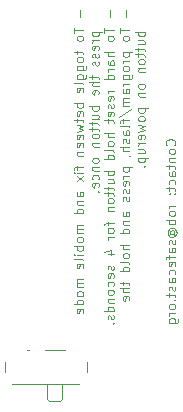
<source format=gbo>
%TF.GenerationSoftware,KiCad,Pcbnew,(5.1.0-4-gc924fc765)*%
%TF.CreationDate,2019-03-12T10:18:20+09:00*%
%TF.ProjectId,xbee,78626565-2e6b-4696-9361-645f70636258,rev?*%
%TF.SameCoordinates,Original*%
%TF.FileFunction,Legend,Bot*%
%TF.FilePolarity,Positive*%
%FSLAX46Y46*%
G04 Gerber Fmt 4.6, Leading zero omitted, Abs format (unit mm)*
G04 Created by KiCad (PCBNEW (5.1.0-4-gc924fc765)) date 2019-03-12 10:18:20*
%MOMM*%
%LPD*%
G04 APERTURE LIST*
%ADD10C,0.100000*%
%ADD11C,0.120000*%
G04 APERTURE END LIST*
D10*
X145657142Y-91505476D02*
X145657142Y-92115000D01*
X145161904Y-92991190D02*
X145161904Y-93448333D01*
X145961904Y-93219761D02*
X145161904Y-93219761D01*
X145961904Y-93829285D02*
X145923809Y-93753095D01*
X145885714Y-93715000D01*
X145809523Y-93676904D01*
X145580952Y-93676904D01*
X145504761Y-93715000D01*
X145466666Y-93753095D01*
X145428571Y-93829285D01*
X145428571Y-93943571D01*
X145466666Y-94019761D01*
X145504761Y-94057857D01*
X145580952Y-94095952D01*
X145809523Y-94095952D01*
X145885714Y-94057857D01*
X145923809Y-94019761D01*
X145961904Y-93943571D01*
X145961904Y-93829285D01*
X145428571Y-94934047D02*
X145428571Y-95238809D01*
X145161904Y-95048333D02*
X145847619Y-95048333D01*
X145923809Y-95086428D01*
X145961904Y-95162619D01*
X145961904Y-95238809D01*
X145961904Y-95619761D02*
X145923809Y-95543571D01*
X145885714Y-95505476D01*
X145809523Y-95467380D01*
X145580952Y-95467380D01*
X145504761Y-95505476D01*
X145466666Y-95543571D01*
X145428571Y-95619761D01*
X145428571Y-95734047D01*
X145466666Y-95810238D01*
X145504761Y-95848333D01*
X145580952Y-95886428D01*
X145809523Y-95886428D01*
X145885714Y-95848333D01*
X145923809Y-95810238D01*
X145961904Y-95734047D01*
X145961904Y-95619761D01*
X145428571Y-96572142D02*
X146076190Y-96572142D01*
X146152380Y-96534047D01*
X146190476Y-96495952D01*
X146228571Y-96419761D01*
X146228571Y-96305476D01*
X146190476Y-96229285D01*
X145923809Y-96572142D02*
X145961904Y-96495952D01*
X145961904Y-96343571D01*
X145923809Y-96267380D01*
X145885714Y-96229285D01*
X145809523Y-96191190D01*
X145580952Y-96191190D01*
X145504761Y-96229285D01*
X145466666Y-96267380D01*
X145428571Y-96343571D01*
X145428571Y-96495952D01*
X145466666Y-96572142D01*
X145428571Y-97295952D02*
X146076190Y-97295952D01*
X146152380Y-97257857D01*
X146190476Y-97219761D01*
X146228571Y-97143571D01*
X146228571Y-97029285D01*
X146190476Y-96953095D01*
X145923809Y-97295952D02*
X145961904Y-97219761D01*
X145961904Y-97067380D01*
X145923809Y-96991190D01*
X145885714Y-96953095D01*
X145809523Y-96915000D01*
X145580952Y-96915000D01*
X145504761Y-96953095D01*
X145466666Y-96991190D01*
X145428571Y-97067380D01*
X145428571Y-97219761D01*
X145466666Y-97295952D01*
X145961904Y-97791190D02*
X145923809Y-97715000D01*
X145847619Y-97676904D01*
X145161904Y-97676904D01*
X145923809Y-98400714D02*
X145961904Y-98324523D01*
X145961904Y-98172142D01*
X145923809Y-98095952D01*
X145847619Y-98057857D01*
X145542857Y-98057857D01*
X145466666Y-98095952D01*
X145428571Y-98172142D01*
X145428571Y-98324523D01*
X145466666Y-98400714D01*
X145542857Y-98438809D01*
X145619047Y-98438809D01*
X145695238Y-98057857D01*
X145961904Y-99391190D02*
X145161904Y-99391190D01*
X145466666Y-99391190D02*
X145428571Y-99467380D01*
X145428571Y-99619761D01*
X145466666Y-99695952D01*
X145504761Y-99734047D01*
X145580952Y-99772142D01*
X145809523Y-99772142D01*
X145885714Y-99734047D01*
X145923809Y-99695952D01*
X145961904Y-99619761D01*
X145961904Y-99467380D01*
X145923809Y-99391190D01*
X145923809Y-100419761D02*
X145961904Y-100343571D01*
X145961904Y-100191190D01*
X145923809Y-100115000D01*
X145847619Y-100076904D01*
X145542857Y-100076904D01*
X145466666Y-100115000D01*
X145428571Y-100191190D01*
X145428571Y-100343571D01*
X145466666Y-100419761D01*
X145542857Y-100457857D01*
X145619047Y-100457857D01*
X145695238Y-100076904D01*
X145428571Y-100686428D02*
X145428571Y-100991190D01*
X145161904Y-100800714D02*
X145847619Y-100800714D01*
X145923809Y-100838809D01*
X145961904Y-100915000D01*
X145961904Y-100991190D01*
X145428571Y-101181666D02*
X145961904Y-101334047D01*
X145580952Y-101486428D01*
X145961904Y-101638809D01*
X145428571Y-101791190D01*
X145923809Y-102400714D02*
X145961904Y-102324523D01*
X145961904Y-102172142D01*
X145923809Y-102095952D01*
X145847619Y-102057857D01*
X145542857Y-102057857D01*
X145466666Y-102095952D01*
X145428571Y-102172142D01*
X145428571Y-102324523D01*
X145466666Y-102400714D01*
X145542857Y-102438809D01*
X145619047Y-102438809D01*
X145695238Y-102057857D01*
X145923809Y-103086428D02*
X145961904Y-103010238D01*
X145961904Y-102857857D01*
X145923809Y-102781666D01*
X145847619Y-102743571D01*
X145542857Y-102743571D01*
X145466666Y-102781666D01*
X145428571Y-102857857D01*
X145428571Y-103010238D01*
X145466666Y-103086428D01*
X145542857Y-103124523D01*
X145619047Y-103124523D01*
X145695238Y-102743571D01*
X145428571Y-103467380D02*
X145961904Y-103467380D01*
X145504761Y-103467380D02*
X145466666Y-103505476D01*
X145428571Y-103581666D01*
X145428571Y-103695952D01*
X145466666Y-103772142D01*
X145542857Y-103810238D01*
X145961904Y-103810238D01*
X145428571Y-104686428D02*
X145428571Y-104991190D01*
X145961904Y-104800714D02*
X145276190Y-104800714D01*
X145200000Y-104838809D01*
X145161904Y-104915000D01*
X145161904Y-104991190D01*
X145961904Y-105257857D02*
X145428571Y-105257857D01*
X145161904Y-105257857D02*
X145200000Y-105219761D01*
X145238095Y-105257857D01*
X145200000Y-105295952D01*
X145161904Y-105257857D01*
X145238095Y-105257857D01*
X145961904Y-105562619D02*
X145428571Y-105981666D01*
X145428571Y-105562619D02*
X145961904Y-105981666D01*
X145961904Y-107238809D02*
X145542857Y-107238809D01*
X145466666Y-107200714D01*
X145428571Y-107124523D01*
X145428571Y-106972142D01*
X145466666Y-106895952D01*
X145923809Y-107238809D02*
X145961904Y-107162619D01*
X145961904Y-106972142D01*
X145923809Y-106895952D01*
X145847619Y-106857857D01*
X145771428Y-106857857D01*
X145695238Y-106895952D01*
X145657142Y-106972142D01*
X145657142Y-107162619D01*
X145619047Y-107238809D01*
X145428571Y-107619761D02*
X145961904Y-107619761D01*
X145504761Y-107619761D02*
X145466666Y-107657857D01*
X145428571Y-107734047D01*
X145428571Y-107848333D01*
X145466666Y-107924523D01*
X145542857Y-107962619D01*
X145961904Y-107962619D01*
X145961904Y-108686428D02*
X145161904Y-108686428D01*
X145923809Y-108686428D02*
X145961904Y-108610238D01*
X145961904Y-108457857D01*
X145923809Y-108381666D01*
X145885714Y-108343571D01*
X145809523Y-108305476D01*
X145580952Y-108305476D01*
X145504761Y-108343571D01*
X145466666Y-108381666D01*
X145428571Y-108457857D01*
X145428571Y-108610238D01*
X145466666Y-108686428D01*
X145961904Y-109676904D02*
X145428571Y-109676904D01*
X145504761Y-109676904D02*
X145466666Y-109715000D01*
X145428571Y-109791190D01*
X145428571Y-109905476D01*
X145466666Y-109981666D01*
X145542857Y-110019761D01*
X145961904Y-110019761D01*
X145542857Y-110019761D02*
X145466666Y-110057857D01*
X145428571Y-110134047D01*
X145428571Y-110248333D01*
X145466666Y-110324523D01*
X145542857Y-110362619D01*
X145961904Y-110362619D01*
X145961904Y-110857857D02*
X145923809Y-110781666D01*
X145885714Y-110743571D01*
X145809523Y-110705476D01*
X145580952Y-110705476D01*
X145504761Y-110743571D01*
X145466666Y-110781666D01*
X145428571Y-110857857D01*
X145428571Y-110972142D01*
X145466666Y-111048333D01*
X145504761Y-111086428D01*
X145580952Y-111124523D01*
X145809523Y-111124523D01*
X145885714Y-111086428D01*
X145923809Y-111048333D01*
X145961904Y-110972142D01*
X145961904Y-110857857D01*
X145961904Y-111467380D02*
X145161904Y-111467380D01*
X145466666Y-111467380D02*
X145428571Y-111543571D01*
X145428571Y-111695952D01*
X145466666Y-111772142D01*
X145504761Y-111810238D01*
X145580952Y-111848333D01*
X145809523Y-111848333D01*
X145885714Y-111810238D01*
X145923809Y-111772142D01*
X145961904Y-111695952D01*
X145961904Y-111543571D01*
X145923809Y-111467380D01*
X145961904Y-112191190D02*
X145428571Y-112191190D01*
X145161904Y-112191190D02*
X145200000Y-112153095D01*
X145238095Y-112191190D01*
X145200000Y-112229285D01*
X145161904Y-112191190D01*
X145238095Y-112191190D01*
X145961904Y-112686428D02*
X145923809Y-112610238D01*
X145847619Y-112572142D01*
X145161904Y-112572142D01*
X145923809Y-113295952D02*
X145961904Y-113219761D01*
X145961904Y-113067380D01*
X145923809Y-112991190D01*
X145847619Y-112953095D01*
X145542857Y-112953095D01*
X145466666Y-112991190D01*
X145428571Y-113067380D01*
X145428571Y-113219761D01*
X145466666Y-113295952D01*
X145542857Y-113334047D01*
X145619047Y-113334047D01*
X145695238Y-112953095D01*
X145961904Y-114286428D02*
X145428571Y-114286428D01*
X145504761Y-114286428D02*
X145466666Y-114324523D01*
X145428571Y-114400714D01*
X145428571Y-114515000D01*
X145466666Y-114591190D01*
X145542857Y-114629285D01*
X145961904Y-114629285D01*
X145542857Y-114629285D02*
X145466666Y-114667380D01*
X145428571Y-114743571D01*
X145428571Y-114857857D01*
X145466666Y-114934047D01*
X145542857Y-114972142D01*
X145961904Y-114972142D01*
X145961904Y-115467380D02*
X145923809Y-115391190D01*
X145885714Y-115353095D01*
X145809523Y-115315000D01*
X145580952Y-115315000D01*
X145504761Y-115353095D01*
X145466666Y-115391190D01*
X145428571Y-115467380D01*
X145428571Y-115581666D01*
X145466666Y-115657857D01*
X145504761Y-115695952D01*
X145580952Y-115734047D01*
X145809523Y-115734047D01*
X145885714Y-115695952D01*
X145923809Y-115657857D01*
X145961904Y-115581666D01*
X145961904Y-115467380D01*
X145961904Y-116419761D02*
X145161904Y-116419761D01*
X145923809Y-116419761D02*
X145961904Y-116343571D01*
X145961904Y-116191190D01*
X145923809Y-116115000D01*
X145885714Y-116076904D01*
X145809523Y-116038809D01*
X145580952Y-116038809D01*
X145504761Y-116076904D01*
X145466666Y-116115000D01*
X145428571Y-116191190D01*
X145428571Y-116343571D01*
X145466666Y-116419761D01*
X145923809Y-117105476D02*
X145961904Y-117029285D01*
X145961904Y-116876904D01*
X145923809Y-116800714D01*
X145847619Y-116762619D01*
X145542857Y-116762619D01*
X145466666Y-116800714D01*
X145428571Y-116876904D01*
X145428571Y-117029285D01*
X145466666Y-117105476D01*
X145542857Y-117143571D01*
X145619047Y-117143571D01*
X145695238Y-116762619D01*
X146728571Y-93334047D02*
X147528571Y-93334047D01*
X146766666Y-93334047D02*
X146728571Y-93410238D01*
X146728571Y-93562619D01*
X146766666Y-93638809D01*
X146804761Y-93676904D01*
X146880952Y-93715000D01*
X147109523Y-93715000D01*
X147185714Y-93676904D01*
X147223809Y-93638809D01*
X147261904Y-93562619D01*
X147261904Y-93410238D01*
X147223809Y-93334047D01*
X147261904Y-94057857D02*
X146728571Y-94057857D01*
X146880952Y-94057857D02*
X146804761Y-94095952D01*
X146766666Y-94134047D01*
X146728571Y-94210238D01*
X146728571Y-94286428D01*
X147223809Y-94857857D02*
X147261904Y-94781666D01*
X147261904Y-94629285D01*
X147223809Y-94553095D01*
X147147619Y-94515000D01*
X146842857Y-94515000D01*
X146766666Y-94553095D01*
X146728571Y-94629285D01*
X146728571Y-94781666D01*
X146766666Y-94857857D01*
X146842857Y-94895952D01*
X146919047Y-94895952D01*
X146995238Y-94515000D01*
X147223809Y-95200714D02*
X147261904Y-95276904D01*
X147261904Y-95429285D01*
X147223809Y-95505476D01*
X147147619Y-95543571D01*
X147109523Y-95543571D01*
X147033333Y-95505476D01*
X146995238Y-95429285D01*
X146995238Y-95315000D01*
X146957142Y-95238809D01*
X146880952Y-95200714D01*
X146842857Y-95200714D01*
X146766666Y-95238809D01*
X146728571Y-95315000D01*
X146728571Y-95429285D01*
X146766666Y-95505476D01*
X147223809Y-95848333D02*
X147261904Y-95924523D01*
X147261904Y-96076904D01*
X147223809Y-96153095D01*
X147147619Y-96191190D01*
X147109523Y-96191190D01*
X147033333Y-96153095D01*
X146995238Y-96076904D01*
X146995238Y-95962619D01*
X146957142Y-95886428D01*
X146880952Y-95848333D01*
X146842857Y-95848333D01*
X146766666Y-95886428D01*
X146728571Y-95962619D01*
X146728571Y-96076904D01*
X146766666Y-96153095D01*
X146728571Y-97029285D02*
X146728571Y-97334047D01*
X146461904Y-97143571D02*
X147147619Y-97143571D01*
X147223809Y-97181666D01*
X147261904Y-97257857D01*
X147261904Y-97334047D01*
X147261904Y-97600714D02*
X146461904Y-97600714D01*
X147261904Y-97943571D02*
X146842857Y-97943571D01*
X146766666Y-97905476D01*
X146728571Y-97829285D01*
X146728571Y-97715000D01*
X146766666Y-97638809D01*
X146804761Y-97600714D01*
X147223809Y-98629285D02*
X147261904Y-98553095D01*
X147261904Y-98400714D01*
X147223809Y-98324523D01*
X147147619Y-98286428D01*
X146842857Y-98286428D01*
X146766666Y-98324523D01*
X146728571Y-98400714D01*
X146728571Y-98553095D01*
X146766666Y-98629285D01*
X146842857Y-98667380D01*
X146919047Y-98667380D01*
X146995238Y-98286428D01*
X147261904Y-99619761D02*
X146461904Y-99619761D01*
X146766666Y-99619761D02*
X146728571Y-99695952D01*
X146728571Y-99848333D01*
X146766666Y-99924523D01*
X146804761Y-99962619D01*
X146880952Y-100000714D01*
X147109523Y-100000714D01*
X147185714Y-99962619D01*
X147223809Y-99924523D01*
X147261904Y-99848333D01*
X147261904Y-99695952D01*
X147223809Y-99619761D01*
X146728571Y-100686428D02*
X147261904Y-100686428D01*
X146728571Y-100343571D02*
X147147619Y-100343571D01*
X147223809Y-100381666D01*
X147261904Y-100457857D01*
X147261904Y-100572142D01*
X147223809Y-100648333D01*
X147185714Y-100686428D01*
X146728571Y-100953095D02*
X146728571Y-101257857D01*
X146461904Y-101067380D02*
X147147619Y-101067380D01*
X147223809Y-101105476D01*
X147261904Y-101181666D01*
X147261904Y-101257857D01*
X146728571Y-101410238D02*
X146728571Y-101715000D01*
X146461904Y-101524523D02*
X147147619Y-101524523D01*
X147223809Y-101562619D01*
X147261904Y-101638809D01*
X147261904Y-101715000D01*
X147261904Y-102095952D02*
X147223809Y-102019761D01*
X147185714Y-101981666D01*
X147109523Y-101943571D01*
X146880952Y-101943571D01*
X146804761Y-101981666D01*
X146766666Y-102019761D01*
X146728571Y-102095952D01*
X146728571Y-102210238D01*
X146766666Y-102286428D01*
X146804761Y-102324523D01*
X146880952Y-102362619D01*
X147109523Y-102362619D01*
X147185714Y-102324523D01*
X147223809Y-102286428D01*
X147261904Y-102210238D01*
X147261904Y-102095952D01*
X146728571Y-102705476D02*
X147261904Y-102705476D01*
X146804761Y-102705476D02*
X146766666Y-102743571D01*
X146728571Y-102819761D01*
X146728571Y-102934047D01*
X146766666Y-103010238D01*
X146842857Y-103048333D01*
X147261904Y-103048333D01*
X147261904Y-104153095D02*
X147223809Y-104076904D01*
X147185714Y-104038809D01*
X147109523Y-104000714D01*
X146880952Y-104000714D01*
X146804761Y-104038809D01*
X146766666Y-104076904D01*
X146728571Y-104153095D01*
X146728571Y-104267380D01*
X146766666Y-104343571D01*
X146804761Y-104381666D01*
X146880952Y-104419761D01*
X147109523Y-104419761D01*
X147185714Y-104381666D01*
X147223809Y-104343571D01*
X147261904Y-104267380D01*
X147261904Y-104153095D01*
X146728571Y-104762619D02*
X147261904Y-104762619D01*
X146804761Y-104762619D02*
X146766666Y-104800714D01*
X146728571Y-104876904D01*
X146728571Y-104991190D01*
X146766666Y-105067380D01*
X146842857Y-105105476D01*
X147261904Y-105105476D01*
X147223809Y-105829285D02*
X147261904Y-105753095D01*
X147261904Y-105600714D01*
X147223809Y-105524523D01*
X147185714Y-105486428D01*
X147109523Y-105448333D01*
X146880952Y-105448333D01*
X146804761Y-105486428D01*
X146766666Y-105524523D01*
X146728571Y-105600714D01*
X146728571Y-105753095D01*
X146766666Y-105829285D01*
X147223809Y-106476904D02*
X147261904Y-106400714D01*
X147261904Y-106248333D01*
X147223809Y-106172142D01*
X147147619Y-106134047D01*
X146842857Y-106134047D01*
X146766666Y-106172142D01*
X146728571Y-106248333D01*
X146728571Y-106400714D01*
X146766666Y-106476904D01*
X146842857Y-106515000D01*
X146919047Y-106515000D01*
X146995238Y-106134047D01*
X147185714Y-106857857D02*
X147223809Y-106895952D01*
X147261904Y-106857857D01*
X147223809Y-106819761D01*
X147185714Y-106857857D01*
X147261904Y-106857857D01*
X148257142Y-91505476D02*
X148257142Y-92115000D01*
X147761904Y-92991190D02*
X147761904Y-93448333D01*
X148561904Y-93219761D02*
X147761904Y-93219761D01*
X148561904Y-93829285D02*
X148523809Y-93753095D01*
X148485714Y-93715000D01*
X148409523Y-93676904D01*
X148180952Y-93676904D01*
X148104761Y-93715000D01*
X148066666Y-93753095D01*
X148028571Y-93829285D01*
X148028571Y-93943571D01*
X148066666Y-94019761D01*
X148104761Y-94057857D01*
X148180952Y-94095952D01*
X148409523Y-94095952D01*
X148485714Y-94057857D01*
X148523809Y-94019761D01*
X148561904Y-93943571D01*
X148561904Y-93829285D01*
X148561904Y-95048333D02*
X147761904Y-95048333D01*
X148561904Y-95391190D02*
X148142857Y-95391190D01*
X148066666Y-95353095D01*
X148028571Y-95276904D01*
X148028571Y-95162619D01*
X148066666Y-95086428D01*
X148104761Y-95048333D01*
X148561904Y-96115000D02*
X148142857Y-96115000D01*
X148066666Y-96076904D01*
X148028571Y-96000714D01*
X148028571Y-95848333D01*
X148066666Y-95772142D01*
X148523809Y-96115000D02*
X148561904Y-96038809D01*
X148561904Y-95848333D01*
X148523809Y-95772142D01*
X148447619Y-95734047D01*
X148371428Y-95734047D01*
X148295238Y-95772142D01*
X148257142Y-95848333D01*
X148257142Y-96038809D01*
X148219047Y-96115000D01*
X148561904Y-96495952D02*
X148028571Y-96495952D01*
X148180952Y-96495952D02*
X148104761Y-96534047D01*
X148066666Y-96572142D01*
X148028571Y-96648333D01*
X148028571Y-96724523D01*
X148561904Y-97334047D02*
X147761904Y-97334047D01*
X148523809Y-97334047D02*
X148561904Y-97257857D01*
X148561904Y-97105476D01*
X148523809Y-97029285D01*
X148485714Y-96991190D01*
X148409523Y-96953095D01*
X148180952Y-96953095D01*
X148104761Y-96991190D01*
X148066666Y-97029285D01*
X148028571Y-97105476D01*
X148028571Y-97257857D01*
X148066666Y-97334047D01*
X148561904Y-98324523D02*
X148028571Y-98324523D01*
X148180952Y-98324523D02*
X148104761Y-98362619D01*
X148066666Y-98400714D01*
X148028571Y-98476904D01*
X148028571Y-98553095D01*
X148523809Y-99124523D02*
X148561904Y-99048333D01*
X148561904Y-98895952D01*
X148523809Y-98819761D01*
X148447619Y-98781666D01*
X148142857Y-98781666D01*
X148066666Y-98819761D01*
X148028571Y-98895952D01*
X148028571Y-99048333D01*
X148066666Y-99124523D01*
X148142857Y-99162619D01*
X148219047Y-99162619D01*
X148295238Y-98781666D01*
X148523809Y-99467380D02*
X148561904Y-99543571D01*
X148561904Y-99695952D01*
X148523809Y-99772142D01*
X148447619Y-99810238D01*
X148409523Y-99810238D01*
X148333333Y-99772142D01*
X148295238Y-99695952D01*
X148295238Y-99581666D01*
X148257142Y-99505476D01*
X148180952Y-99467380D01*
X148142857Y-99467380D01*
X148066666Y-99505476D01*
X148028571Y-99581666D01*
X148028571Y-99695952D01*
X148066666Y-99772142D01*
X148523809Y-100457857D02*
X148561904Y-100381666D01*
X148561904Y-100229285D01*
X148523809Y-100153095D01*
X148447619Y-100115000D01*
X148142857Y-100115000D01*
X148066666Y-100153095D01*
X148028571Y-100229285D01*
X148028571Y-100381666D01*
X148066666Y-100457857D01*
X148142857Y-100495952D01*
X148219047Y-100495952D01*
X148295238Y-100115000D01*
X148028571Y-100724523D02*
X148028571Y-101029285D01*
X147761904Y-100838809D02*
X148447619Y-100838809D01*
X148523809Y-100876904D01*
X148561904Y-100953095D01*
X148561904Y-101029285D01*
X148561904Y-101905476D02*
X147761904Y-101905476D01*
X148561904Y-102248333D02*
X148142857Y-102248333D01*
X148066666Y-102210238D01*
X148028571Y-102134047D01*
X148028571Y-102019761D01*
X148066666Y-101943571D01*
X148104761Y-101905476D01*
X148561904Y-102743571D02*
X148523809Y-102667380D01*
X148485714Y-102629285D01*
X148409523Y-102591190D01*
X148180952Y-102591190D01*
X148104761Y-102629285D01*
X148066666Y-102667380D01*
X148028571Y-102743571D01*
X148028571Y-102857857D01*
X148066666Y-102934047D01*
X148104761Y-102972142D01*
X148180952Y-103010238D01*
X148409523Y-103010238D01*
X148485714Y-102972142D01*
X148523809Y-102934047D01*
X148561904Y-102857857D01*
X148561904Y-102743571D01*
X148561904Y-103467380D02*
X148523809Y-103391190D01*
X148447619Y-103353095D01*
X147761904Y-103353095D01*
X148561904Y-104115000D02*
X147761904Y-104115000D01*
X148523809Y-104115000D02*
X148561904Y-104038809D01*
X148561904Y-103886428D01*
X148523809Y-103810238D01*
X148485714Y-103772142D01*
X148409523Y-103734047D01*
X148180952Y-103734047D01*
X148104761Y-103772142D01*
X148066666Y-103810238D01*
X148028571Y-103886428D01*
X148028571Y-104038809D01*
X148066666Y-104115000D01*
X148561904Y-105105476D02*
X147761904Y-105105476D01*
X148066666Y-105105476D02*
X148028571Y-105181666D01*
X148028571Y-105334047D01*
X148066666Y-105410238D01*
X148104761Y-105448333D01*
X148180952Y-105486428D01*
X148409523Y-105486428D01*
X148485714Y-105448333D01*
X148523809Y-105410238D01*
X148561904Y-105334047D01*
X148561904Y-105181666D01*
X148523809Y-105105476D01*
X148028571Y-106172142D02*
X148561904Y-106172142D01*
X148028571Y-105829285D02*
X148447619Y-105829285D01*
X148523809Y-105867380D01*
X148561904Y-105943571D01*
X148561904Y-106057857D01*
X148523809Y-106134047D01*
X148485714Y-106172142D01*
X148028571Y-106438809D02*
X148028571Y-106743571D01*
X147761904Y-106553095D02*
X148447619Y-106553095D01*
X148523809Y-106591190D01*
X148561904Y-106667380D01*
X148561904Y-106743571D01*
X148028571Y-106895952D02*
X148028571Y-107200714D01*
X147761904Y-107010238D02*
X148447619Y-107010238D01*
X148523809Y-107048333D01*
X148561904Y-107124523D01*
X148561904Y-107200714D01*
X148561904Y-107581666D02*
X148523809Y-107505476D01*
X148485714Y-107467380D01*
X148409523Y-107429285D01*
X148180952Y-107429285D01*
X148104761Y-107467380D01*
X148066666Y-107505476D01*
X148028571Y-107581666D01*
X148028571Y-107695952D01*
X148066666Y-107772142D01*
X148104761Y-107810238D01*
X148180952Y-107848333D01*
X148409523Y-107848333D01*
X148485714Y-107810238D01*
X148523809Y-107772142D01*
X148561904Y-107695952D01*
X148561904Y-107581666D01*
X148028571Y-108191190D02*
X148561904Y-108191190D01*
X148104761Y-108191190D02*
X148066666Y-108229285D01*
X148028571Y-108305476D01*
X148028571Y-108419761D01*
X148066666Y-108495952D01*
X148142857Y-108534047D01*
X148561904Y-108534047D01*
X148028571Y-109410238D02*
X148028571Y-109715000D01*
X148561904Y-109524523D02*
X147876190Y-109524523D01*
X147800000Y-109562619D01*
X147761904Y-109638809D01*
X147761904Y-109715000D01*
X148561904Y-110095952D02*
X148523809Y-110019761D01*
X148485714Y-109981666D01*
X148409523Y-109943571D01*
X148180952Y-109943571D01*
X148104761Y-109981666D01*
X148066666Y-110019761D01*
X148028571Y-110095952D01*
X148028571Y-110210238D01*
X148066666Y-110286428D01*
X148104761Y-110324523D01*
X148180952Y-110362619D01*
X148409523Y-110362619D01*
X148485714Y-110324523D01*
X148523809Y-110286428D01*
X148561904Y-110210238D01*
X148561904Y-110095952D01*
X148561904Y-110705476D02*
X148028571Y-110705476D01*
X148180952Y-110705476D02*
X148104761Y-110743571D01*
X148066666Y-110781666D01*
X148028571Y-110857857D01*
X148028571Y-110934047D01*
X148028571Y-112153095D02*
X148561904Y-112153095D01*
X147723809Y-111962619D02*
X148295238Y-111772142D01*
X148295238Y-112267380D01*
X148523809Y-113143571D02*
X148561904Y-113219761D01*
X148561904Y-113372142D01*
X148523809Y-113448333D01*
X148447619Y-113486428D01*
X148409523Y-113486428D01*
X148333333Y-113448333D01*
X148295238Y-113372142D01*
X148295238Y-113257857D01*
X148257142Y-113181666D01*
X148180952Y-113143571D01*
X148142857Y-113143571D01*
X148066666Y-113181666D01*
X148028571Y-113257857D01*
X148028571Y-113372142D01*
X148066666Y-113448333D01*
X148523809Y-114134047D02*
X148561904Y-114057857D01*
X148561904Y-113905476D01*
X148523809Y-113829285D01*
X148447619Y-113791190D01*
X148142857Y-113791190D01*
X148066666Y-113829285D01*
X148028571Y-113905476D01*
X148028571Y-114057857D01*
X148066666Y-114134047D01*
X148142857Y-114172142D01*
X148219047Y-114172142D01*
X148295238Y-113791190D01*
X148523809Y-114857857D02*
X148561904Y-114781666D01*
X148561904Y-114629285D01*
X148523809Y-114553095D01*
X148485714Y-114515000D01*
X148409523Y-114476904D01*
X148180952Y-114476904D01*
X148104761Y-114515000D01*
X148066666Y-114553095D01*
X148028571Y-114629285D01*
X148028571Y-114781666D01*
X148066666Y-114857857D01*
X148561904Y-115315000D02*
X148523809Y-115238809D01*
X148485714Y-115200714D01*
X148409523Y-115162619D01*
X148180952Y-115162619D01*
X148104761Y-115200714D01*
X148066666Y-115238809D01*
X148028571Y-115315000D01*
X148028571Y-115429285D01*
X148066666Y-115505476D01*
X148104761Y-115543571D01*
X148180952Y-115581666D01*
X148409523Y-115581666D01*
X148485714Y-115543571D01*
X148523809Y-115505476D01*
X148561904Y-115429285D01*
X148561904Y-115315000D01*
X148028571Y-115924523D02*
X148561904Y-115924523D01*
X148104761Y-115924523D02*
X148066666Y-115962619D01*
X148028571Y-116038809D01*
X148028571Y-116153095D01*
X148066666Y-116229285D01*
X148142857Y-116267380D01*
X148561904Y-116267380D01*
X148561904Y-116991190D02*
X147761904Y-116991190D01*
X148523809Y-116991190D02*
X148561904Y-116915000D01*
X148561904Y-116762619D01*
X148523809Y-116686428D01*
X148485714Y-116648333D01*
X148409523Y-116610238D01*
X148180952Y-116610238D01*
X148104761Y-116648333D01*
X148066666Y-116686428D01*
X148028571Y-116762619D01*
X148028571Y-116915000D01*
X148066666Y-116991190D01*
X148523809Y-117334047D02*
X148561904Y-117410238D01*
X148561904Y-117562619D01*
X148523809Y-117638809D01*
X148447619Y-117676904D01*
X148409523Y-117676904D01*
X148333333Y-117638809D01*
X148295238Y-117562619D01*
X148295238Y-117448333D01*
X148257142Y-117372142D01*
X148180952Y-117334047D01*
X148142857Y-117334047D01*
X148066666Y-117372142D01*
X148028571Y-117448333D01*
X148028571Y-117562619D01*
X148066666Y-117638809D01*
X148485714Y-118019761D02*
X148523809Y-118057857D01*
X148561904Y-118019761D01*
X148523809Y-117981666D01*
X148485714Y-118019761D01*
X148561904Y-118019761D01*
X149557142Y-91505476D02*
X149557142Y-92115000D01*
X149061904Y-92991190D02*
X149061904Y-93448333D01*
X149861904Y-93219761D02*
X149061904Y-93219761D01*
X149861904Y-93829285D02*
X149823809Y-93753095D01*
X149785714Y-93715000D01*
X149709523Y-93676904D01*
X149480952Y-93676904D01*
X149404761Y-93715000D01*
X149366666Y-93753095D01*
X149328571Y-93829285D01*
X149328571Y-93943571D01*
X149366666Y-94019761D01*
X149404761Y-94057857D01*
X149480952Y-94095952D01*
X149709523Y-94095952D01*
X149785714Y-94057857D01*
X149823809Y-94019761D01*
X149861904Y-93943571D01*
X149861904Y-93829285D01*
X149328571Y-95048333D02*
X150128571Y-95048333D01*
X149366666Y-95048333D02*
X149328571Y-95124523D01*
X149328571Y-95276904D01*
X149366666Y-95353095D01*
X149404761Y-95391190D01*
X149480952Y-95429285D01*
X149709523Y-95429285D01*
X149785714Y-95391190D01*
X149823809Y-95353095D01*
X149861904Y-95276904D01*
X149861904Y-95124523D01*
X149823809Y-95048333D01*
X149861904Y-95772142D02*
X149328571Y-95772142D01*
X149480952Y-95772142D02*
X149404761Y-95810238D01*
X149366666Y-95848333D01*
X149328571Y-95924523D01*
X149328571Y-96000714D01*
X149861904Y-96381666D02*
X149823809Y-96305476D01*
X149785714Y-96267380D01*
X149709523Y-96229285D01*
X149480952Y-96229285D01*
X149404761Y-96267380D01*
X149366666Y-96305476D01*
X149328571Y-96381666D01*
X149328571Y-96495952D01*
X149366666Y-96572142D01*
X149404761Y-96610238D01*
X149480952Y-96648333D01*
X149709523Y-96648333D01*
X149785714Y-96610238D01*
X149823809Y-96572142D01*
X149861904Y-96495952D01*
X149861904Y-96381666D01*
X149328571Y-97334047D02*
X149976190Y-97334047D01*
X150052380Y-97295952D01*
X150090476Y-97257857D01*
X150128571Y-97181666D01*
X150128571Y-97067380D01*
X150090476Y-96991190D01*
X149823809Y-97334047D02*
X149861904Y-97257857D01*
X149861904Y-97105476D01*
X149823809Y-97029285D01*
X149785714Y-96991190D01*
X149709523Y-96953095D01*
X149480952Y-96953095D01*
X149404761Y-96991190D01*
X149366666Y-97029285D01*
X149328571Y-97105476D01*
X149328571Y-97257857D01*
X149366666Y-97334047D01*
X149861904Y-97715000D02*
X149328571Y-97715000D01*
X149480952Y-97715000D02*
X149404761Y-97753095D01*
X149366666Y-97791190D01*
X149328571Y-97867380D01*
X149328571Y-97943571D01*
X149861904Y-98553095D02*
X149442857Y-98553095D01*
X149366666Y-98515000D01*
X149328571Y-98438809D01*
X149328571Y-98286428D01*
X149366666Y-98210238D01*
X149823809Y-98553095D02*
X149861904Y-98476904D01*
X149861904Y-98286428D01*
X149823809Y-98210238D01*
X149747619Y-98172142D01*
X149671428Y-98172142D01*
X149595238Y-98210238D01*
X149557142Y-98286428D01*
X149557142Y-98476904D01*
X149519047Y-98553095D01*
X149861904Y-98934047D02*
X149328571Y-98934047D01*
X149404761Y-98934047D02*
X149366666Y-98972142D01*
X149328571Y-99048333D01*
X149328571Y-99162619D01*
X149366666Y-99238809D01*
X149442857Y-99276904D01*
X149861904Y-99276904D01*
X149442857Y-99276904D02*
X149366666Y-99315000D01*
X149328571Y-99391190D01*
X149328571Y-99505476D01*
X149366666Y-99581666D01*
X149442857Y-99619761D01*
X149861904Y-99619761D01*
X149023809Y-100572142D02*
X150052380Y-99886428D01*
X149328571Y-100724523D02*
X149328571Y-101029285D01*
X149861904Y-100838809D02*
X149176190Y-100838809D01*
X149100000Y-100876904D01*
X149061904Y-100953095D01*
X149061904Y-101029285D01*
X149861904Y-101410238D02*
X149823809Y-101334047D01*
X149747619Y-101295952D01*
X149061904Y-101295952D01*
X149861904Y-102057857D02*
X149442857Y-102057857D01*
X149366666Y-102019761D01*
X149328571Y-101943571D01*
X149328571Y-101791190D01*
X149366666Y-101715000D01*
X149823809Y-102057857D02*
X149861904Y-101981666D01*
X149861904Y-101791190D01*
X149823809Y-101715000D01*
X149747619Y-101676904D01*
X149671428Y-101676904D01*
X149595238Y-101715000D01*
X149557142Y-101791190D01*
X149557142Y-101981666D01*
X149519047Y-102057857D01*
X149823809Y-102400714D02*
X149861904Y-102476904D01*
X149861904Y-102629285D01*
X149823809Y-102705476D01*
X149747619Y-102743571D01*
X149709523Y-102743571D01*
X149633333Y-102705476D01*
X149595238Y-102629285D01*
X149595238Y-102515000D01*
X149557142Y-102438809D01*
X149480952Y-102400714D01*
X149442857Y-102400714D01*
X149366666Y-102438809D01*
X149328571Y-102515000D01*
X149328571Y-102629285D01*
X149366666Y-102705476D01*
X149861904Y-103086428D02*
X149061904Y-103086428D01*
X149861904Y-103429285D02*
X149442857Y-103429285D01*
X149366666Y-103391190D01*
X149328571Y-103315000D01*
X149328571Y-103200714D01*
X149366666Y-103124523D01*
X149404761Y-103086428D01*
X149823809Y-103848333D02*
X149861904Y-103848333D01*
X149938095Y-103810238D01*
X149976190Y-103772142D01*
X149328571Y-104800714D02*
X150128571Y-104800714D01*
X149366666Y-104800714D02*
X149328571Y-104876904D01*
X149328571Y-105029285D01*
X149366666Y-105105476D01*
X149404761Y-105143571D01*
X149480952Y-105181666D01*
X149709523Y-105181666D01*
X149785714Y-105143571D01*
X149823809Y-105105476D01*
X149861904Y-105029285D01*
X149861904Y-104876904D01*
X149823809Y-104800714D01*
X149861904Y-105524523D02*
X149328571Y-105524523D01*
X149480952Y-105524523D02*
X149404761Y-105562619D01*
X149366666Y-105600714D01*
X149328571Y-105676904D01*
X149328571Y-105753095D01*
X149823809Y-106324523D02*
X149861904Y-106248333D01*
X149861904Y-106095952D01*
X149823809Y-106019761D01*
X149747619Y-105981666D01*
X149442857Y-105981666D01*
X149366666Y-106019761D01*
X149328571Y-106095952D01*
X149328571Y-106248333D01*
X149366666Y-106324523D01*
X149442857Y-106362619D01*
X149519047Y-106362619D01*
X149595238Y-105981666D01*
X149823809Y-106667380D02*
X149861904Y-106743571D01*
X149861904Y-106895952D01*
X149823809Y-106972142D01*
X149747619Y-107010238D01*
X149709523Y-107010238D01*
X149633333Y-106972142D01*
X149595238Y-106895952D01*
X149595238Y-106781666D01*
X149557142Y-106705476D01*
X149480952Y-106667380D01*
X149442857Y-106667380D01*
X149366666Y-106705476D01*
X149328571Y-106781666D01*
X149328571Y-106895952D01*
X149366666Y-106972142D01*
X149823809Y-107315000D02*
X149861904Y-107391190D01*
X149861904Y-107543571D01*
X149823809Y-107619761D01*
X149747619Y-107657857D01*
X149709523Y-107657857D01*
X149633333Y-107619761D01*
X149595238Y-107543571D01*
X149595238Y-107429285D01*
X149557142Y-107353095D01*
X149480952Y-107315000D01*
X149442857Y-107315000D01*
X149366666Y-107353095D01*
X149328571Y-107429285D01*
X149328571Y-107543571D01*
X149366666Y-107619761D01*
X149861904Y-108953095D02*
X149442857Y-108953095D01*
X149366666Y-108915000D01*
X149328571Y-108838809D01*
X149328571Y-108686428D01*
X149366666Y-108610238D01*
X149823809Y-108953095D02*
X149861904Y-108876904D01*
X149861904Y-108686428D01*
X149823809Y-108610238D01*
X149747619Y-108572142D01*
X149671428Y-108572142D01*
X149595238Y-108610238D01*
X149557142Y-108686428D01*
X149557142Y-108876904D01*
X149519047Y-108953095D01*
X149328571Y-109334047D02*
X149861904Y-109334047D01*
X149404761Y-109334047D02*
X149366666Y-109372142D01*
X149328571Y-109448333D01*
X149328571Y-109562619D01*
X149366666Y-109638809D01*
X149442857Y-109676904D01*
X149861904Y-109676904D01*
X149861904Y-110400714D02*
X149061904Y-110400714D01*
X149823809Y-110400714D02*
X149861904Y-110324523D01*
X149861904Y-110172142D01*
X149823809Y-110095952D01*
X149785714Y-110057857D01*
X149709523Y-110019761D01*
X149480952Y-110019761D01*
X149404761Y-110057857D01*
X149366666Y-110095952D01*
X149328571Y-110172142D01*
X149328571Y-110324523D01*
X149366666Y-110400714D01*
X149861904Y-111391190D02*
X149061904Y-111391190D01*
X149861904Y-111734047D02*
X149442857Y-111734047D01*
X149366666Y-111695952D01*
X149328571Y-111619761D01*
X149328571Y-111505476D01*
X149366666Y-111429285D01*
X149404761Y-111391190D01*
X149861904Y-112229285D02*
X149823809Y-112153095D01*
X149785714Y-112115000D01*
X149709523Y-112076904D01*
X149480952Y-112076904D01*
X149404761Y-112115000D01*
X149366666Y-112153095D01*
X149328571Y-112229285D01*
X149328571Y-112343571D01*
X149366666Y-112419761D01*
X149404761Y-112457857D01*
X149480952Y-112495952D01*
X149709523Y-112495952D01*
X149785714Y-112457857D01*
X149823809Y-112419761D01*
X149861904Y-112343571D01*
X149861904Y-112229285D01*
X149861904Y-112953095D02*
X149823809Y-112876904D01*
X149747619Y-112838809D01*
X149061904Y-112838809D01*
X149861904Y-113600714D02*
X149061904Y-113600714D01*
X149823809Y-113600714D02*
X149861904Y-113524523D01*
X149861904Y-113372142D01*
X149823809Y-113295952D01*
X149785714Y-113257857D01*
X149709523Y-113219761D01*
X149480952Y-113219761D01*
X149404761Y-113257857D01*
X149366666Y-113295952D01*
X149328571Y-113372142D01*
X149328571Y-113524523D01*
X149366666Y-113600714D01*
X149328571Y-114476904D02*
X149328571Y-114781666D01*
X149061904Y-114591190D02*
X149747619Y-114591190D01*
X149823809Y-114629285D01*
X149861904Y-114705476D01*
X149861904Y-114781666D01*
X149861904Y-115048333D02*
X149061904Y-115048333D01*
X149861904Y-115391190D02*
X149442857Y-115391190D01*
X149366666Y-115353095D01*
X149328571Y-115276904D01*
X149328571Y-115162619D01*
X149366666Y-115086428D01*
X149404761Y-115048333D01*
X149823809Y-116076904D02*
X149861904Y-116000714D01*
X149861904Y-115848333D01*
X149823809Y-115772142D01*
X149747619Y-115734047D01*
X149442857Y-115734047D01*
X149366666Y-115772142D01*
X149328571Y-115848333D01*
X149328571Y-116000714D01*
X149366666Y-116076904D01*
X149442857Y-116115000D01*
X149519047Y-116115000D01*
X149595238Y-115734047D01*
X151161904Y-93334047D02*
X150361904Y-93334047D01*
X150666666Y-93334047D02*
X150628571Y-93410238D01*
X150628571Y-93562619D01*
X150666666Y-93638809D01*
X150704761Y-93676904D01*
X150780952Y-93715000D01*
X151009523Y-93715000D01*
X151085714Y-93676904D01*
X151123809Y-93638809D01*
X151161904Y-93562619D01*
X151161904Y-93410238D01*
X151123809Y-93334047D01*
X150628571Y-94400714D02*
X151161904Y-94400714D01*
X150628571Y-94057857D02*
X151047619Y-94057857D01*
X151123809Y-94095952D01*
X151161904Y-94172142D01*
X151161904Y-94286428D01*
X151123809Y-94362619D01*
X151085714Y-94400714D01*
X150628571Y-94667380D02*
X150628571Y-94972142D01*
X150361904Y-94781666D02*
X151047619Y-94781666D01*
X151123809Y-94819761D01*
X151161904Y-94895952D01*
X151161904Y-94972142D01*
X150628571Y-95124523D02*
X150628571Y-95429285D01*
X150361904Y-95238809D02*
X151047619Y-95238809D01*
X151123809Y-95276904D01*
X151161904Y-95353095D01*
X151161904Y-95429285D01*
X151161904Y-95810238D02*
X151123809Y-95734047D01*
X151085714Y-95695952D01*
X151009523Y-95657857D01*
X150780952Y-95657857D01*
X150704761Y-95695952D01*
X150666666Y-95734047D01*
X150628571Y-95810238D01*
X150628571Y-95924523D01*
X150666666Y-96000714D01*
X150704761Y-96038809D01*
X150780952Y-96076904D01*
X151009523Y-96076904D01*
X151085714Y-96038809D01*
X151123809Y-96000714D01*
X151161904Y-95924523D01*
X151161904Y-95810238D01*
X150628571Y-96419761D02*
X151161904Y-96419761D01*
X150704761Y-96419761D02*
X150666666Y-96457857D01*
X150628571Y-96534047D01*
X150628571Y-96648333D01*
X150666666Y-96724523D01*
X150742857Y-96762619D01*
X151161904Y-96762619D01*
X151161904Y-97867380D02*
X151123809Y-97791190D01*
X151085714Y-97753095D01*
X151009523Y-97715000D01*
X150780952Y-97715000D01*
X150704761Y-97753095D01*
X150666666Y-97791190D01*
X150628571Y-97867380D01*
X150628571Y-97981666D01*
X150666666Y-98057857D01*
X150704761Y-98095952D01*
X150780952Y-98134047D01*
X151009523Y-98134047D01*
X151085714Y-98095952D01*
X151123809Y-98057857D01*
X151161904Y-97981666D01*
X151161904Y-97867380D01*
X150628571Y-98476904D02*
X151161904Y-98476904D01*
X150704761Y-98476904D02*
X150666666Y-98515000D01*
X150628571Y-98591190D01*
X150628571Y-98705476D01*
X150666666Y-98781666D01*
X150742857Y-98819761D01*
X151161904Y-98819761D01*
X150628571Y-99810238D02*
X151428571Y-99810238D01*
X150666666Y-99810238D02*
X150628571Y-99886428D01*
X150628571Y-100038809D01*
X150666666Y-100115000D01*
X150704761Y-100153095D01*
X150780952Y-100191190D01*
X151009523Y-100191190D01*
X151085714Y-100153095D01*
X151123809Y-100115000D01*
X151161904Y-100038809D01*
X151161904Y-99886428D01*
X151123809Y-99810238D01*
X151161904Y-100648333D02*
X151123809Y-100572142D01*
X151085714Y-100534047D01*
X151009523Y-100495952D01*
X150780952Y-100495952D01*
X150704761Y-100534047D01*
X150666666Y-100572142D01*
X150628571Y-100648333D01*
X150628571Y-100762619D01*
X150666666Y-100838809D01*
X150704761Y-100876904D01*
X150780952Y-100915000D01*
X151009523Y-100915000D01*
X151085714Y-100876904D01*
X151123809Y-100838809D01*
X151161904Y-100762619D01*
X151161904Y-100648333D01*
X150628571Y-101181666D02*
X151161904Y-101334047D01*
X150780952Y-101486428D01*
X151161904Y-101638809D01*
X150628571Y-101791190D01*
X151123809Y-102400714D02*
X151161904Y-102324523D01*
X151161904Y-102172142D01*
X151123809Y-102095952D01*
X151047619Y-102057857D01*
X150742857Y-102057857D01*
X150666666Y-102095952D01*
X150628571Y-102172142D01*
X150628571Y-102324523D01*
X150666666Y-102400714D01*
X150742857Y-102438809D01*
X150819047Y-102438809D01*
X150895238Y-102057857D01*
X151161904Y-102781666D02*
X150628571Y-102781666D01*
X150780952Y-102781666D02*
X150704761Y-102819761D01*
X150666666Y-102857857D01*
X150628571Y-102934047D01*
X150628571Y-103010238D01*
X150628571Y-103619761D02*
X151161904Y-103619761D01*
X150628571Y-103276904D02*
X151047619Y-103276904D01*
X151123809Y-103315000D01*
X151161904Y-103391190D01*
X151161904Y-103505476D01*
X151123809Y-103581666D01*
X151085714Y-103619761D01*
X150628571Y-104000714D02*
X151428571Y-104000714D01*
X150666666Y-104000714D02*
X150628571Y-104076904D01*
X150628571Y-104229285D01*
X150666666Y-104305476D01*
X150704761Y-104343571D01*
X150780952Y-104381666D01*
X151009523Y-104381666D01*
X151085714Y-104343571D01*
X151123809Y-104305476D01*
X151161904Y-104229285D01*
X151161904Y-104076904D01*
X151123809Y-104000714D01*
X151085714Y-104724523D02*
X151123809Y-104762619D01*
X151161904Y-104724523D01*
X151123809Y-104686428D01*
X151085714Y-104724523D01*
X151161904Y-104724523D01*
X153685714Y-102934047D02*
X153723809Y-102895952D01*
X153761904Y-102781666D01*
X153761904Y-102705476D01*
X153723809Y-102591190D01*
X153647619Y-102515000D01*
X153571428Y-102476904D01*
X153419047Y-102438809D01*
X153304761Y-102438809D01*
X153152380Y-102476904D01*
X153076190Y-102515000D01*
X153000000Y-102591190D01*
X152961904Y-102705476D01*
X152961904Y-102781666D01*
X153000000Y-102895952D01*
X153038095Y-102934047D01*
X153761904Y-103391190D02*
X153723809Y-103315000D01*
X153685714Y-103276904D01*
X153609523Y-103238809D01*
X153380952Y-103238809D01*
X153304761Y-103276904D01*
X153266666Y-103315000D01*
X153228571Y-103391190D01*
X153228571Y-103505476D01*
X153266666Y-103581666D01*
X153304761Y-103619761D01*
X153380952Y-103657857D01*
X153609523Y-103657857D01*
X153685714Y-103619761D01*
X153723809Y-103581666D01*
X153761904Y-103505476D01*
X153761904Y-103391190D01*
X153228571Y-104000714D02*
X153761904Y-104000714D01*
X153304761Y-104000714D02*
X153266666Y-104038809D01*
X153228571Y-104115000D01*
X153228571Y-104229285D01*
X153266666Y-104305476D01*
X153342857Y-104343571D01*
X153761904Y-104343571D01*
X153228571Y-104610238D02*
X153228571Y-104915000D01*
X152961904Y-104724523D02*
X153647619Y-104724523D01*
X153723809Y-104762619D01*
X153761904Y-104838809D01*
X153761904Y-104915000D01*
X153761904Y-105524523D02*
X153342857Y-105524523D01*
X153266666Y-105486428D01*
X153228571Y-105410238D01*
X153228571Y-105257857D01*
X153266666Y-105181666D01*
X153723809Y-105524523D02*
X153761904Y-105448333D01*
X153761904Y-105257857D01*
X153723809Y-105181666D01*
X153647619Y-105143571D01*
X153571428Y-105143571D01*
X153495238Y-105181666D01*
X153457142Y-105257857D01*
X153457142Y-105448333D01*
X153419047Y-105524523D01*
X153723809Y-106248333D02*
X153761904Y-106172142D01*
X153761904Y-106019761D01*
X153723809Y-105943571D01*
X153685714Y-105905476D01*
X153609523Y-105867380D01*
X153380952Y-105867380D01*
X153304761Y-105905476D01*
X153266666Y-105943571D01*
X153228571Y-106019761D01*
X153228571Y-106172142D01*
X153266666Y-106248333D01*
X153228571Y-106476904D02*
X153228571Y-106781666D01*
X152961904Y-106591190D02*
X153647619Y-106591190D01*
X153723809Y-106629285D01*
X153761904Y-106705476D01*
X153761904Y-106781666D01*
X153685714Y-107048333D02*
X153723809Y-107086428D01*
X153761904Y-107048333D01*
X153723809Y-107010238D01*
X153685714Y-107048333D01*
X153761904Y-107048333D01*
X153266666Y-107048333D02*
X153304761Y-107086428D01*
X153342857Y-107048333D01*
X153304761Y-107010238D01*
X153266666Y-107048333D01*
X153342857Y-107048333D01*
X153761904Y-108038809D02*
X153228571Y-108038809D01*
X153380952Y-108038809D02*
X153304761Y-108076904D01*
X153266666Y-108115000D01*
X153228571Y-108191190D01*
X153228571Y-108267380D01*
X153761904Y-108648333D02*
X153723809Y-108572142D01*
X153685714Y-108534047D01*
X153609523Y-108495952D01*
X153380952Y-108495952D01*
X153304761Y-108534047D01*
X153266666Y-108572142D01*
X153228571Y-108648333D01*
X153228571Y-108762619D01*
X153266666Y-108838809D01*
X153304761Y-108876904D01*
X153380952Y-108915000D01*
X153609523Y-108915000D01*
X153685714Y-108876904D01*
X153723809Y-108838809D01*
X153761904Y-108762619D01*
X153761904Y-108648333D01*
X153761904Y-109257857D02*
X152961904Y-109257857D01*
X153266666Y-109257857D02*
X153228571Y-109334047D01*
X153228571Y-109486428D01*
X153266666Y-109562619D01*
X153304761Y-109600714D01*
X153380952Y-109638809D01*
X153609523Y-109638809D01*
X153685714Y-109600714D01*
X153723809Y-109562619D01*
X153761904Y-109486428D01*
X153761904Y-109334047D01*
X153723809Y-109257857D01*
X153380952Y-110476904D02*
X153342857Y-110438809D01*
X153304761Y-110362619D01*
X153304761Y-110286428D01*
X153342857Y-110210238D01*
X153380952Y-110172142D01*
X153457142Y-110134047D01*
X153533333Y-110134047D01*
X153609523Y-110172142D01*
X153647619Y-110210238D01*
X153685714Y-110286428D01*
X153685714Y-110362619D01*
X153647619Y-110438809D01*
X153609523Y-110476904D01*
X153304761Y-110476904D02*
X153609523Y-110476904D01*
X153647619Y-110515000D01*
X153647619Y-110553095D01*
X153609523Y-110629285D01*
X153533333Y-110667380D01*
X153342857Y-110667380D01*
X153228571Y-110591190D01*
X153152380Y-110476904D01*
X153114285Y-110324523D01*
X153152380Y-110172142D01*
X153228571Y-110057857D01*
X153342857Y-109981666D01*
X153495238Y-109943571D01*
X153647619Y-109981666D01*
X153761904Y-110057857D01*
X153838095Y-110172142D01*
X153876190Y-110324523D01*
X153838095Y-110476904D01*
X153761904Y-110591190D01*
X153723809Y-110972142D02*
X153761904Y-111048333D01*
X153761904Y-111200714D01*
X153723809Y-111276904D01*
X153647619Y-111315000D01*
X153609523Y-111315000D01*
X153533333Y-111276904D01*
X153495238Y-111200714D01*
X153495238Y-111086428D01*
X153457142Y-111010238D01*
X153380952Y-110972142D01*
X153342857Y-110972142D01*
X153266666Y-111010238D01*
X153228571Y-111086428D01*
X153228571Y-111200714D01*
X153266666Y-111276904D01*
X153761904Y-112000714D02*
X153342857Y-112000714D01*
X153266666Y-111962619D01*
X153228571Y-111886428D01*
X153228571Y-111734047D01*
X153266666Y-111657857D01*
X153723809Y-112000714D02*
X153761904Y-111924523D01*
X153761904Y-111734047D01*
X153723809Y-111657857D01*
X153647619Y-111619761D01*
X153571428Y-111619761D01*
X153495238Y-111657857D01*
X153457142Y-111734047D01*
X153457142Y-111924523D01*
X153419047Y-112000714D01*
X153228571Y-112267380D02*
X153228571Y-112572142D01*
X153761904Y-112381666D02*
X153076190Y-112381666D01*
X153000000Y-112419761D01*
X152961904Y-112495952D01*
X152961904Y-112572142D01*
X153723809Y-113143571D02*
X153761904Y-113067380D01*
X153761904Y-112915000D01*
X153723809Y-112838809D01*
X153647619Y-112800714D01*
X153342857Y-112800714D01*
X153266666Y-112838809D01*
X153228571Y-112915000D01*
X153228571Y-113067380D01*
X153266666Y-113143571D01*
X153342857Y-113181666D01*
X153419047Y-113181666D01*
X153495238Y-112800714D01*
X153723809Y-113867380D02*
X153761904Y-113791190D01*
X153761904Y-113638809D01*
X153723809Y-113562619D01*
X153685714Y-113524523D01*
X153609523Y-113486428D01*
X153380952Y-113486428D01*
X153304761Y-113524523D01*
X153266666Y-113562619D01*
X153228571Y-113638809D01*
X153228571Y-113791190D01*
X153266666Y-113867380D01*
X153761904Y-114553095D02*
X153342857Y-114553095D01*
X153266666Y-114515000D01*
X153228571Y-114438809D01*
X153228571Y-114286428D01*
X153266666Y-114210238D01*
X153723809Y-114553095D02*
X153761904Y-114476904D01*
X153761904Y-114286428D01*
X153723809Y-114210238D01*
X153647619Y-114172142D01*
X153571428Y-114172142D01*
X153495238Y-114210238D01*
X153457142Y-114286428D01*
X153457142Y-114476904D01*
X153419047Y-114553095D01*
X153723809Y-114895952D02*
X153761904Y-114972142D01*
X153761904Y-115124523D01*
X153723809Y-115200714D01*
X153647619Y-115238809D01*
X153609523Y-115238809D01*
X153533333Y-115200714D01*
X153495238Y-115124523D01*
X153495238Y-115010238D01*
X153457142Y-114934047D01*
X153380952Y-114895952D01*
X153342857Y-114895952D01*
X153266666Y-114934047D01*
X153228571Y-115010238D01*
X153228571Y-115124523D01*
X153266666Y-115200714D01*
X153228571Y-115467380D02*
X153228571Y-115772142D01*
X152961904Y-115581666D02*
X153647619Y-115581666D01*
X153723809Y-115619761D01*
X153761904Y-115695952D01*
X153761904Y-115772142D01*
X153685714Y-116038809D02*
X153723809Y-116076904D01*
X153761904Y-116038809D01*
X153723809Y-116000714D01*
X153685714Y-116038809D01*
X153761904Y-116038809D01*
X153761904Y-116534047D02*
X153723809Y-116457857D01*
X153685714Y-116419761D01*
X153609523Y-116381666D01*
X153380952Y-116381666D01*
X153304761Y-116419761D01*
X153266666Y-116457857D01*
X153228571Y-116534047D01*
X153228571Y-116648333D01*
X153266666Y-116724523D01*
X153304761Y-116762619D01*
X153380952Y-116800714D01*
X153609523Y-116800714D01*
X153685714Y-116762619D01*
X153723809Y-116724523D01*
X153761904Y-116648333D01*
X153761904Y-116534047D01*
X153761904Y-117143571D02*
X153228571Y-117143571D01*
X153380952Y-117143571D02*
X153304761Y-117181666D01*
X153266666Y-117219761D01*
X153228571Y-117295952D01*
X153228571Y-117372142D01*
X153228571Y-117981666D02*
X153876190Y-117981666D01*
X153952380Y-117943571D01*
X153990476Y-117905476D01*
X154028571Y-117829285D01*
X154028571Y-117715000D01*
X153990476Y-117638809D01*
X153723809Y-117981666D02*
X153761904Y-117905476D01*
X153761904Y-117753095D01*
X153723809Y-117676904D01*
X153685714Y-117638809D01*
X153609523Y-117600714D01*
X153380952Y-117600714D01*
X153304761Y-117638809D01*
X153266666Y-117676904D01*
X153228571Y-117753095D01*
X153228571Y-117905476D01*
X153266666Y-117981666D01*
D11*
X141400000Y-120280000D02*
X141200000Y-120280000D01*
X144200000Y-124420000D02*
X144000000Y-124630000D01*
X142900000Y-124420000D02*
X143100000Y-124630000D01*
X144200000Y-123130000D02*
X144200000Y-124420000D01*
X144000000Y-124630000D02*
X143100000Y-124630000D01*
X142900000Y-124420000D02*
X142900000Y-123130000D01*
X145650000Y-123130000D02*
X139950000Y-123130000D01*
X144400000Y-120280000D02*
X142700000Y-120280000D01*
X146250000Y-121330000D02*
X146250000Y-122120000D01*
X139350000Y-122120000D02*
X139350000Y-121330000D01*
M02*

</source>
